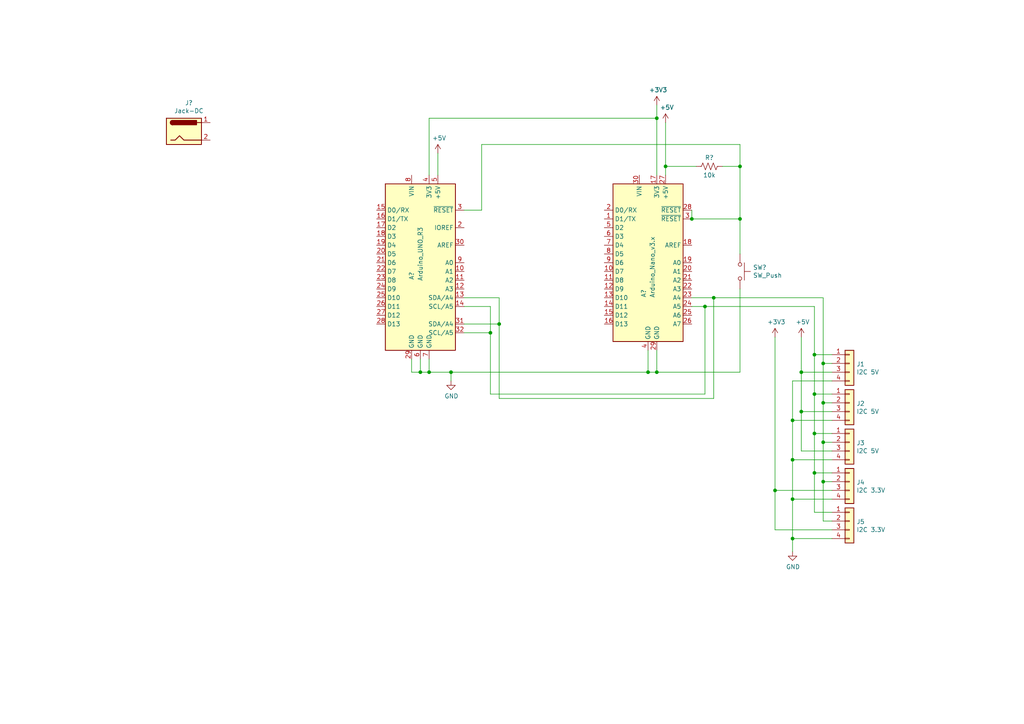
<source format=kicad_sch>
(kicad_sch (version 20230121) (generator eeschema)
  (paper "A4")
  (lib_symbols
    (symbol "Connector:Jack-DC" (pin_names (offset 1.016))
      (property "Reference" "J" (at 0 5.334 0))
      (property "Value" "Jack-DC" (at 0 -5.08 0))
      (symbol "Jack-DC_0_1"
        (rectangle (start -5.08 3.81) (end 5.08 -3.81) (stroke (width 0.254)) (fill (type background)))
        (arc (start -3.302 3.175) (mid -3.9343 2.54) (end -3.302 1.905) (stroke (width 0.254)))
        (arc (start -3.302 3.175) (mid -3.9343 2.54) (end -3.302 1.905) (stroke (width 0.254)) (fill (type outline)))
        (polyline (pts (xy 5.08 2.54) (xy 3.81 2.54)) (stroke (width 0.254)))
        (polyline (pts (xy -3.81 -2.54) (xy -2.54 -2.54) (xy -1.27 -1.27) (xy 0 -2.54) (xy 2.54 -2.54) (xy 5.08 -2.54)) (stroke (width 0.254)))
        (rectangle (start 3.683 3.175) (end -3.302 1.905) (stroke (width 0.254)) (fill (type outline)))
      )
      (symbol "Jack-DC_1_1"
        (pin passive line (at 7.62 2.54 180) (length 2.54) (name "~") (number "1"))
        (pin passive line (at 7.62 -2.54 180) (length 2.54) (name "~") (number "2"))
      )
    )
    (symbol "Connector_Generic:Conn_01x04" (pin_names (offset 1.016) hide)
      (property "Reference" "J" (at 0 5.08 0))
      (property "Value" "Conn_01x04" (at 0 -7.62 0))
      (symbol "Conn_01x04_1_1"
        (rectangle (start -1.27 -4.953) (end 0 -5.207) (stroke (width 0.1524)))
        (rectangle (start -1.27 -2.413) (end 0 -2.667) (stroke (width 0.1524)))
        (rectangle (start -1.27 0.127) (end 0 -0.127) (stroke (width 0.1524)))
        (rectangle (start -1.27 2.667) (end 0 2.413) (stroke (width 0.1524)))
        (rectangle (start -1.27 3.81) (end 1.27 -6.35) (stroke (width 0.254)) (fill (type background)))
        (pin passive line (at -5.08 2.54 0) (length 3.81) (name "Pin_1") (number "1"))
        (pin passive line (at -5.08 0 0) (length 3.81) (name "Pin_2") (number "2"))
        (pin passive line (at -5.08 -2.54 0) (length 3.81) (name "Pin_3") (number "3"))
        (pin passive line (at -5.08 -5.08 0) (length 3.81) (name "Pin_4") (number "4"))
      )
    )
    (symbol "Device:R_US" (pin_numbers hide) (pin_names (offset 0))
      (property "Reference" "R" (at 2.54 0 90))
      (property "Value" "R_US" (at -2.54 0 90))
      (symbol "R_US_0_1"
        (polyline (pts (xy 0 -2.286) (xy 0 -2.54)))
        (polyline (pts (xy 0 2.286) (xy 0 2.54)))
        (polyline (pts (xy 0 -0.762) (xy 1.016 -1.143) (xy 0 -1.524) (xy -1.016 -1.905) (xy 0 -2.286)))
        (polyline (pts (xy 0 0.762) (xy 1.016 0.381) (xy 0 0) (xy -1.016 -0.381) (xy 0 -0.762)))
        (polyline (pts (xy 0 2.286) (xy 1.016 1.905) (xy 0 1.524) (xy -1.016 1.143) (xy 0 0.762)))
      )
      (symbol "R_US_1_1"
        (pin passive line (at 0 3.81 270) (length 1.27) (name "~") (number "1"))
        (pin passive line (at 0 -3.81 90) (length 1.27) (name "~") (number "2"))
      )
    )
    (symbol "MCU_Module:Arduino_Nano_v3.x"
      (property "Reference" "A" (at -10.16 23.495 0))
      (property "Value" "Arduino_Nano_v3.x" (at 5.08 -24.13 0))
      (symbol "Arduino_Nano_v3.x_0_1"
        (rectangle (start -10.16 22.86) (end 10.16 -22.86) (stroke (width 0.254)) (fill (type background)))
      )
      (symbol "Arduino_Nano_v3.x_1_1"
        (pin bidirectional line (at -12.7 12.7 0) (length 2.54) (name "D1/TX") (number "1"))
        (pin bidirectional line (at -12.7 -2.54 0) (length 2.54) (name "D7") (number "10"))
        (pin bidirectional line (at -12.7 -5.08 0) (length 2.54) (name "D8") (number "11"))
        (pin bidirectional line (at -12.7 -7.62 0) (length 2.54) (name "D9") (number "12"))
        (pin bidirectional line (at -12.7 -10.16 0) (length 2.54) (name "D10") (number "13"))
        (pin bidirectional line (at -12.7 -12.7 0) (length 2.54) (name "D11") (number "14"))
        (pin bidirectional line (at -12.7 -15.24 0) (length 2.54) (name "D12") (number "15"))
        (pin bidirectional line (at -12.7 -17.78 0) (length 2.54) (name "D13") (number "16"))
        (pin power_out line (at 2.54 25.4 270) (length 2.54) (name "3V3") (number "17"))
        (pin input line (at 12.7 5.08 180) (length 2.54) (name "AREF") (number "18"))
        (pin bidirectional line (at 12.7 0 180) (length 2.54) (name "A0") (number "19"))
        (pin bidirectional line (at -12.7 15.24 0) (length 2.54) (name "D0/RX") (number "2"))
        (pin bidirectional line (at 12.7 -2.54 180) (length 2.54) (name "A1") (number "20"))
        (pin bidirectional line (at 12.7 -5.08 180) (length 2.54) (name "A2") (number "21"))
        (pin bidirectional line (at 12.7 -7.62 180) (length 2.54) (name "A3") (number "22"))
        (pin bidirectional line (at 12.7 -10.16 180) (length 2.54) (name "A4") (number "23"))
        (pin bidirectional line (at 12.7 -12.7 180) (length 2.54) (name "A5") (number "24"))
        (pin bidirectional line (at 12.7 -15.24 180) (length 2.54) (name "A6") (number "25"))
        (pin bidirectional line (at 12.7 -17.78 180) (length 2.54) (name "A7") (number "26"))
        (pin power_out line (at 5.08 25.4 270) (length 2.54) (name "+5V") (number "27"))
        (pin input line (at 12.7 15.24 180) (length 2.54) (name "~{RESET}") (number "28"))
        (pin power_in line (at 2.54 -25.4 90) (length 2.54) (name "GND") (number "29"))
        (pin input line (at 12.7 12.7 180) (length 2.54) (name "~{RESET}") (number "3"))
        (pin power_in line (at -2.54 25.4 270) (length 2.54) (name "VIN") (number "30"))
        (pin power_in line (at 0 -25.4 90) (length 2.54) (name "GND") (number "4"))
        (pin bidirectional line (at -12.7 10.16 0) (length 2.54) (name "D2") (number "5"))
        (pin bidirectional line (at -12.7 7.62 0) (length 2.54) (name "D3") (number "6"))
        (pin bidirectional line (at -12.7 5.08 0) (length 2.54) (name "D4") (number "7"))
        (pin bidirectional line (at -12.7 2.54 0) (length 2.54) (name "D5") (number "8"))
        (pin bidirectional line (at -12.7 0 0) (length 2.54) (name "D6") (number "9"))
      )
    )
    (symbol "MCU_Module:Arduino_UNO_R3"
      (property "Reference" "A" (at -10.16 23.495 0))
      (property "Value" "Arduino_UNO_R3" (at 5.08 -26.67 0))
      (symbol "Arduino_UNO_R3_0_1"
        (rectangle (start -10.16 22.86) (end 10.16 -25.4) (stroke (width 0.254)) (fill (type background)))
      )
      (symbol "Arduino_UNO_R3_1_1"
        (pin no_connect line (at -10.16 -20.32 0) (length 2.54) hide (name "NC") (number "1"))
        (pin bidirectional line (at 12.7 -2.54 180) (length 2.54) (name "A1") (number "10"))
        (pin bidirectional line (at 12.7 -5.08 180) (length 2.54) (name "A2") (number "11"))
        (pin bidirectional line (at 12.7 -7.62 180) (length 2.54) (name "A3") (number "12"))
        (pin bidirectional line (at 12.7 -10.16 180) (length 2.54) (name "SDA/A4") (number "13"))
        (pin bidirectional line (at 12.7 -12.7 180) (length 2.54) (name "SCL/A5") (number "14"))
        (pin bidirectional line (at -12.7 15.24 0) (length 2.54) (name "D0/RX") (number "15"))
        (pin bidirectional line (at -12.7 12.7 0) (length 2.54) (name "D1/TX") (number "16"))
        (pin bidirectional line (at -12.7 10.16 0) (length 2.54) (name "D2") (number "17"))
        (pin bidirectional line (at -12.7 7.62 0) (length 2.54) (name "D3") (number "18"))
        (pin bidirectional line (at -12.7 5.08 0) (length 2.54) (name "D4") (number "19"))
        (pin output line (at 12.7 10.16 180) (length 2.54) (name "IOREF") (number "2"))
        (pin bidirectional line (at -12.7 2.54 0) (length 2.54) (name "D5") (number "20"))
        (pin bidirectional line (at -12.7 0 0) (length 2.54) (name "D6") (number "21"))
        (pin bidirectional line (at -12.7 -2.54 0) (length 2.54) (name "D7") (number "22"))
        (pin bidirectional line (at -12.7 -5.08 0) (length 2.54) (name "D8") (number "23"))
        (pin bidirectional line (at -12.7 -7.62 0) (length 2.54) (name "D9") (number "24"))
        (pin bidirectional line (at -12.7 -10.16 0) (length 2.54) (name "D10") (number "25"))
        (pin bidirectional line (at -12.7 -12.7 0) (length 2.54) (name "D11") (number "26"))
        (pin bidirectional line (at -12.7 -15.24 0) (length 2.54) (name "D12") (number "27"))
        (pin bidirectional line (at -12.7 -17.78 0) (length 2.54) (name "D13") (number "28"))
        (pin power_in line (at -2.54 -27.94 90) (length 2.54) (name "GND") (number "29"))
        (pin input line (at 12.7 15.24 180) (length 2.54) (name "~{RESET}") (number "3"))
        (pin input line (at 12.7 5.08 180) (length 2.54) (name "AREF") (number "30"))
        (pin bidirectional line (at 12.7 -17.78 180) (length 2.54) (name "SDA/A4") (number "31"))
        (pin bidirectional line (at 12.7 -20.32 180) (length 2.54) (name "SCL/A5") (number "32"))
        (pin power_out line (at 2.54 25.4 270) (length 2.54) (name "3V3") (number "4"))
        (pin power_out line (at 5.08 25.4 270) (length 2.54) (name "+5V") (number "5"))
        (pin power_in line (at 0 -27.94 90) (length 2.54) (name "GND") (number "6"))
        (pin power_in line (at 2.54 -27.94 90) (length 2.54) (name "GND") (number "7"))
        (pin power_in line (at -2.54 25.4 270) (length 2.54) (name "VIN") (number "8"))
        (pin bidirectional line (at 12.7 0 180) (length 2.54) (name "A0") (number "9"))
      )
    )
    (symbol "Switch:SW_Push" (pin_numbers hide) (pin_names (offset 1.016) hide)
      (property "Reference" "SW" (at 1.27 2.54 0))
      (property "Value" "SW_Push" (at 0 -1.524 0))
      (symbol "SW_Push_0_1"
        (circle (center -2.032 0) (radius 0.508))
        (polyline (pts (xy 0 1.27) (xy 0 3.048)))
        (polyline (pts (xy 2.54 1.27) (xy -2.54 1.27)))
        (circle (center 2.032 0) (radius 0.508))
        (pin passive line (at -5.08 0 0) (length 2.54) (name "1") (number "1"))
        (pin passive line (at 5.08 0 180) (length 2.54) (name "2") (number "2"))
      )
    )
    (symbol "power:+3V3" (power) (pin_names (offset 0))
      (property "Value" "+3V3" (at 0 3.556 0))
      (symbol "+3V3_0_1"
        (polyline (pts (xy -0.762 1.27) (xy 0 2.54)))
        (polyline (pts (xy 0 0) (xy 0 2.54)))
        (polyline (pts (xy 0 2.54) (xy 0.762 1.27)))
      )
      (symbol "+3V3_1_1"
        (pin power_in line (at 0 0 90) (length 0) hide (name "+3V3") (number "1"))
      )
    )
    (symbol "power:+5V" (power) (pin_names (offset 0))
      (property "Value" "+5V" (at 0 3.556 0))
      (symbol "+5V_0_1"
        (polyline (pts (xy -0.762 1.27) (xy 0 2.54)))
        (polyline (pts (xy 0 0) (xy 0 2.54)))
        (polyline (pts (xy 0 2.54) (xy 0.762 1.27)))
      )
      (symbol "+5V_1_1"
        (pin power_in line (at 0 0 90) (length 0) hide (name "+5V") (number "1"))
      )
    )
    (symbol "power:GND" (power) (pin_names (offset 0))
      (property "Value" "GND" (at 0 -3.81 0))
      (symbol "GND_0_1"
        (polyline (pts (xy 0 0) (xy 0 -1.27) (xy 1.27 -1.27) (xy 0 -2.54) (xy -1.27 -1.27) (xy 0 -1.27)))
      )
      (symbol "GND_1_1"
        (pin power_in line (at 0 0 270) (length 0) hide (name "GND") (number "1"))
      )
    )
  )
  (junction (at 238.76 116.84))
  (junction (at 224.79 142.24))
  (junction (at 238.76 139.7))
  (junction (at 121.92 107.95))
  (junction (at 238.76 105.41))
  (junction (at 229.87 144.78))
  (junction (at 124.46 107.95))
  (junction (at 236.22 137.16))
  (junction (at 207.01 86.36))
  (junction (at 214.63 63.5))
  (junction (at 214.63 48.26))
  (junction (at 232.41 119.38))
  (junction (at 236.22 125.73))
  (junction (at 190.5 107.95))
  (junction (at 200.66 63.5))
  (junction (at 204.47 88.9))
  (junction (at 238.76 128.27))
  (junction (at 190.5 34.29))
  (junction (at 142.24 96.52))
  (junction (at 232.41 107.95))
  (junction (at 193.04 48.26))
  (junction (at 130.81 107.95))
  (junction (at 229.87 156.21))
  (junction (at 229.87 121.92))
  (junction (at 144.78 93.98))
  (junction (at 236.22 102.87))
  (junction (at 187.96 107.95))
  (junction (at 229.87 133.35))
  (junction (at 236.22 114.3))
  (wire (pts (xy 190.5 50.8) (xy 190.5 34.29)))
  (wire (pts (xy 214.63 83.82) (xy 214.63 107.95)))
  (wire (pts (xy 241.3 128.27) (xy 238.76 128.27)))
  (wire (pts (xy 134.62 93.98) (xy 144.78 93.98)))
  (wire (pts (xy 241.3 148.59) (xy 236.22 148.59)))
  (wire (pts (xy 130.81 110.49) (xy 130.81 107.95)))
  (wire (pts (xy 241.3 116.84) (xy 238.76 116.84)))
  (wire (pts (xy 204.47 88.9) (xy 200.66 88.9)))
  (wire (pts (xy 201.93 48.26) (xy 193.04 48.26)))
  (wire (pts (xy 241.3 130.81) (xy 232.41 130.81)))
  (wire (pts (xy 241.3 144.78) (xy 229.87 144.78)))
  (wire (pts (xy 130.81 107.95) (xy 187.96 107.95)))
  (wire (pts (xy 229.87 121.92) (xy 229.87 133.35)))
  (wire (pts (xy 241.3 105.41) (xy 238.76 105.41)))
  (wire (pts (xy 134.62 86.36) (xy 144.78 86.36)))
  (wire (pts (xy 238.76 86.36) (xy 238.76 105.41)))
  (wire (pts (xy 229.87 110.49) (xy 229.87 121.92)))
  (wire (pts (xy 241.3 137.16) (xy 236.22 137.16)))
  (wire (pts (xy 232.41 130.81) (xy 232.41 119.38)))
  (wire (pts (xy 200.66 63.5) (xy 214.63 63.5)))
  (wire (pts (xy 193.04 48.26) (xy 193.04 35.56)))
  (wire (pts (xy 236.22 137.16) (xy 236.22 125.73)))
  (wire (pts (xy 238.76 128.27) (xy 238.76 116.84)))
  (wire (pts (xy 238.76 86.36) (xy 207.01 86.36)))
  (wire (pts (xy 204.47 114.3) (xy 204.47 88.9)))
  (wire (pts (xy 142.24 96.52) (xy 142.24 114.3)))
  (wire (pts (xy 229.87 144.78) (xy 229.87 156.21)))
  (wire (pts (xy 134.62 96.52) (xy 142.24 96.52)))
  (wire (pts (xy 144.78 86.36) (xy 144.78 93.98)))
  (wire (pts (xy 124.46 34.29) (xy 190.5 34.29)))
  (wire (pts (xy 207.01 115.57) (xy 207.01 86.36)))
  (wire (pts (xy 134.62 88.9) (xy 142.24 88.9)))
  (wire (pts (xy 142.24 88.9) (xy 142.24 96.52)))
  (wire (pts (xy 144.78 115.57) (xy 207.01 115.57)))
  (wire (pts (xy 124.46 50.8) (xy 124.46 34.29)))
  (wire (pts (xy 214.63 63.5) (xy 214.63 73.66)))
  (wire (pts (xy 238.76 139.7) (xy 238.76 128.27)))
  (wire (pts (xy 121.92 104.14) (xy 121.92 107.95)))
  (wire (pts (xy 187.96 107.95) (xy 190.5 107.95)))
  (wire (pts (xy 134.62 60.96) (xy 139.7 60.96)))
  (wire (pts (xy 232.41 119.38) (xy 232.41 107.95)))
  (wire (pts (xy 229.87 133.35) (xy 229.87 144.78)))
  (wire (pts (xy 124.46 104.14) (xy 124.46 107.95)))
  (wire (pts (xy 119.38 104.14) (xy 119.38 107.95)))
  (wire (pts (xy 236.22 102.87) (xy 236.22 88.9)))
  (wire (pts (xy 241.3 110.49) (xy 229.87 110.49)))
  (wire (pts (xy 241.3 133.35) (xy 229.87 133.35)))
  (wire (pts (xy 236.22 125.73) (xy 236.22 114.3)))
  (wire (pts (xy 190.5 34.29) (xy 190.5 30.48)))
  (wire (pts (xy 241.3 139.7) (xy 238.76 139.7)))
  (wire (pts (xy 209.55 48.26) (xy 214.63 48.26)))
  (wire (pts (xy 119.38 107.95) (xy 121.92 107.95)))
  (wire (pts (xy 190.5 107.95) (xy 190.5 101.6)))
  (wire (pts (xy 200.66 60.96) (xy 200.66 63.5)))
  (wire (pts (xy 241.3 107.95) (xy 232.41 107.95)))
  (wire (pts (xy 241.3 142.24) (xy 224.79 142.24)))
  (wire (pts (xy 214.63 41.91) (xy 214.63 48.26)))
  (wire (pts (xy 241.3 153.67) (xy 224.79 153.67)))
  (wire (pts (xy 124.46 107.95) (xy 130.81 107.95)))
  (wire (pts (xy 187.96 101.6) (xy 187.96 107.95)))
  (wire (pts (xy 241.3 119.38) (xy 232.41 119.38)))
  (wire (pts (xy 207.01 86.36) (xy 200.66 86.36)))
  (wire (pts (xy 139.7 60.96) (xy 139.7 41.91)))
  (wire (pts (xy 139.7 41.91) (xy 214.63 41.91)))
  (wire (pts (xy 229.87 156.21) (xy 229.87 160.02)))
  (wire (pts (xy 241.3 125.73) (xy 236.22 125.73)))
  (wire (pts (xy 236.22 88.9) (xy 204.47 88.9)))
  (wire (pts (xy 121.92 107.95) (xy 124.46 107.95)))
  (wire (pts (xy 236.22 114.3) (xy 236.22 102.87)))
  (wire (pts (xy 241.3 102.87) (xy 236.22 102.87)))
  (wire (pts (xy 224.79 153.67) (xy 224.79 142.24)))
  (wire (pts (xy 142.24 114.3) (xy 204.47 114.3)))
  (wire (pts (xy 241.3 114.3) (xy 236.22 114.3)))
  (wire (pts (xy 238.76 151.13) (xy 238.76 139.7)))
  (wire (pts (xy 144.78 93.98) (xy 144.78 115.57)))
  (wire (pts (xy 241.3 121.92) (xy 229.87 121.92)))
  (wire (pts (xy 127 50.8) (xy 127 44.45)))
  (wire (pts (xy 232.41 107.95) (xy 232.41 97.79)))
  (wire (pts (xy 193.04 50.8) (xy 193.04 48.26)))
  (wire (pts (xy 214.63 48.26) (xy 214.63 63.5)))
  (wire (pts (xy 241.3 156.21) (xy 229.87 156.21)))
  (wire (pts (xy 214.63 107.95) (xy 190.5 107.95)))
  (wire (pts (xy 224.79 142.24) (xy 224.79 97.79)))
  (wire (pts (xy 241.3 151.13) (xy 238.76 151.13)))
  (wire (pts (xy 238.76 105.41) (xy 238.76 116.84)))
  (wire (pts (xy 236.22 148.59) (xy 236.22 137.16)))
  (symbol (lib_id "MCU_Module:Arduino_Nano_v3.x") (at 187.96 76.2 0) (unit 1)
    (property "Reference" "A?" (at 186.69 85.09 90))
    (property "Value" "Arduino_Nano_v3.x" (at 189.23 77.47 90))
    (property "Footprint" "Module:Arduino_Nano_WithMountingHoles" (effects hide))
    (property "Datasheet" "http://www.mouser.com/pdfdocs/Gravitech_Arduino_Nano3_0.pdf" (effects hide))
  )
  (symbol (lib_id "MCU_Module:Arduino_UNO_R3") (at 121.92 76.2 0) (unit 1)
    (property "Reference" "A?" (at 119.38 80.01 90))
    (property "Value" "Arduino_UNO_R3" (at 121.92 73.66 90))
    (property "Footprint" "Module:Arduino_UNO_R3_WithMountingHoles" (effects hide))
    (property "Datasheet" "https://www.arduino.cc/en/Main/arduinoBoardUno" (effects hide))
  )
  (symbol (lib_id "power:GND") (at 130.81 110.49 0) (unit 1)
    (property "Reference" "#PWR?" (effects hide))
    (property "Value" "GND" (at 130.937 114.8842 0))
  )
  (symbol (lib_id "Switch:SW_Push") (at 214.63 78.74 270) (unit 1)
    (property "Reference" "SW?" (at 218.3892 77.5716 90) (effects (justify left)))
    (property "Value" "SW_Push" (at 218.3892 79.883 90) (effects (justify left)))
  )
  (symbol (lib_id "power:+5V") (at 193.04 35.56 0) (unit 1)
    (property "Reference" "#PWR?" (effects hide))
    (property "Value" "+5V" (at 193.421 31.1658 0))
  )
  (symbol (lib_id "power:+5V") (at 127 44.45 0) (unit 1)
    (property "Reference" "#PWR?" (effects hide))
    (property "Value" "+5V" (at 127.381 40.0558 0))
  )
  (symbol (lib_id "Connector:Jack-DC") (at 53.34 38.1 0) (unit 1)
    (property "Reference" "J?" (at 54.7878 29.845 0))
    (property "Value" "Jack-DC" (at 54.7878 32.1564 0))
  )
  (symbol (lib_id "Device:R_US") (at 205.74 48.26 270) (unit 1)
    (property "Reference" "R?" (at 205.74 45.72 90))
    (property "Value" "10k" (at 205.74 50.8 90))
  )
  (symbol (lib_id "Connector_Generic:Conn_01x04") (at 246.38 105.41 0) (unit 1)
    (property "Reference" "J1" (at 248.412 105.6132 0) (effects (justify left)))
    (property "Value" "I2C 5V" (at 248.412 107.9246 0) (effects (justify left)))
  )
  (symbol (lib_id "Connector_Generic:Conn_01x04") (at 246.38 116.84 0) (unit 1)
    (property "Reference" "J2" (at 248.412 117.0432 0) (effects (justify left)))
    (property "Value" "I2C 5V" (at 248.412 119.3546 0) (effects (justify left)))
  )
  (symbol (lib_id "Connector_Generic:Conn_01x04") (at 246.38 128.27 0) (unit 1)
    (property "Reference" "J3" (at 248.412 128.4732 0) (effects (justify left)))
    (property "Value" "I2C 5V" (at 248.412 130.7846 0) (effects (justify left)))
  )
  (symbol (lib_id "Connector_Generic:Conn_01x04") (at 246.38 139.7 0) (unit 1)
    (property "Reference" "J4" (at 248.412 139.9032 0) (effects (justify left)))
    (property "Value" "I2C 3.3V" (at 248.412 142.2146 0) (effects (justify left)))
  )
  (symbol (lib_id "Connector_Generic:Conn_01x04") (at 246.38 151.13 0) (unit 1)
    (property "Reference" "J5" (at 248.412 151.3332 0) (effects (justify left)))
    (property "Value" "I2C 3.3V" (at 248.412 153.6446 0) (effects (justify left)))
  )
  (symbol (lib_id "power:GND") (at 229.87 160.02 0) (unit 1)
    (property "Reference" "#PWR?" (effects hide))
    (property "Value" "GND" (at 229.997 164.4142 0))
  )
  (symbol (lib_id "power:+5V") (at 232.41 97.79 0) (unit 1)
    (property "Reference" "#PWR?" (effects hide))
    (property "Value" "+5V" (at 232.791 93.3958 0))
  )
  (symbol (lib_id "power:+3V3") (at 224.79 97.79 0) (unit 1)
    (property "Reference" "#PWR?" (effects hide))
    (property "Value" "+3V3" (at 225.171 93.3958 0))
  )
  (symbol (lib_id "power:+3V3") (at 190.5 30.48 0) (unit 1)
    (property "Reference" "#PWR?" (effects hide))
    (property "Value" "+3V3" (at 190.881 26.0858 0))
  )
)
</source>
